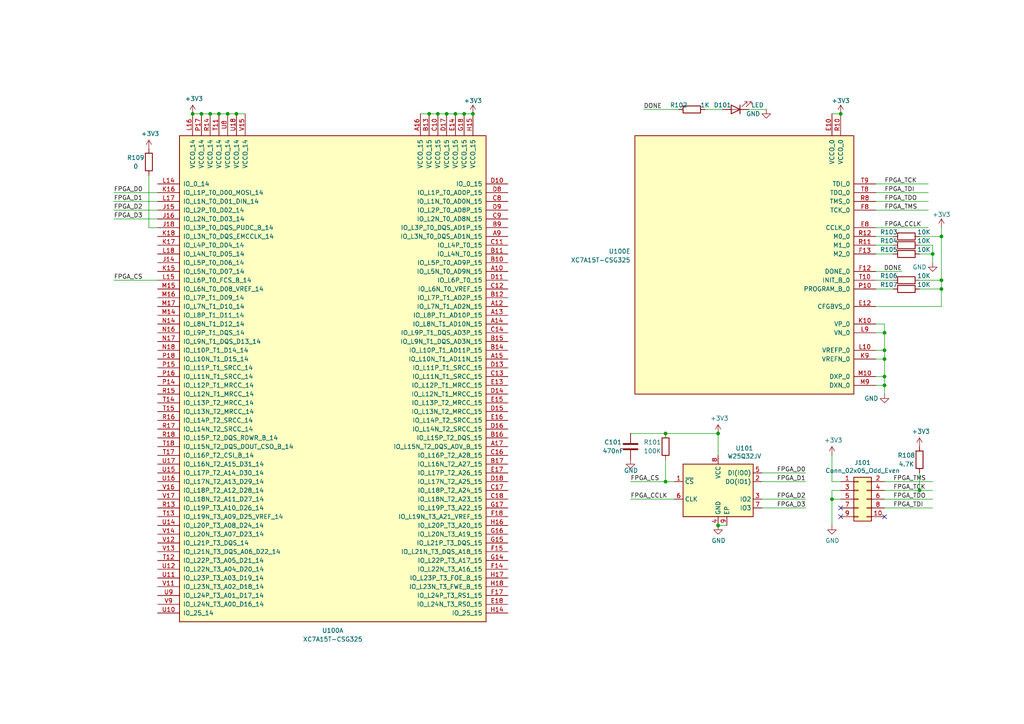
<source format=kicad_sch>
(kicad_sch (version 20210406) (generator eeschema)
  (paper "A4")
  (lib_symbols
    (symbol "Connector_Generic:Conn_02x05_Odd_Even" (pin_names (offset 1.016) hide)
      (property "Reference" "J" (at 1.27 7.62 0))
      (property "Value" "Conn_02x05_Odd_Even" (at 1.27 -7.62 0))
      (symbol "Conn_02x05_Odd_Even_1_1"
        (rectangle (start -1.27 -4.953) (end 0 -5.207) (stroke (width 0.1524)))
        (rectangle (start -1.27 -2.413) (end 0 -2.667) (stroke (width 0.1524)))
        (rectangle (start -1.27 0.127) (end 0 -0.127) (stroke (width 0.1524)))
        (rectangle (start -1.27 2.667) (end 0 2.413) (stroke (width 0.1524)))
        (rectangle (start -1.27 5.207) (end 0 4.953) (stroke (width 0.1524)))
        (rectangle (start 3.81 -4.953) (end 2.54 -5.207) (stroke (width 0.1524)))
        (rectangle (start 3.81 -2.413) (end 2.54 -2.667) (stroke (width 0.1524)))
        (rectangle (start 3.81 0.127) (end 2.54 -0.127) (stroke (width 0.1524)))
        (rectangle (start 3.81 2.667) (end 2.54 2.413) (stroke (width 0.1524)))
        (rectangle (start 3.81 5.207) (end 2.54 4.953) (stroke (width 0.1524)))
        (rectangle (start -1.27 6.35) (end 3.81 -6.35) (stroke (width 0.254)) (fill (type background)))
        (pin passive line (at -5.08 5.08 0) (length 3.81) (name "Pin_1") (number "1"))
        (pin passive line (at 7.62 -5.08 180) (length 3.81) (name "Pin_10") (number "10"))
        (pin passive line (at 7.62 5.08 180) (length 3.81) (name "Pin_2") (number "2"))
        (pin passive line (at -5.08 2.54 0) (length 3.81) (name "Pin_3") (number "3"))
        (pin passive line (at 7.62 2.54 180) (length 3.81) (name "Pin_4") (number "4"))
        (pin passive line (at -5.08 0 0) (length 3.81) (name "Pin_5") (number "5"))
        (pin passive line (at 7.62 0 180) (length 3.81) (name "Pin_6") (number "6"))
        (pin passive line (at -5.08 -2.54 0) (length 3.81) (name "Pin_7") (number "7"))
        (pin passive line (at 7.62 -2.54 180) (length 3.81) (name "Pin_8") (number "8"))
        (pin passive line (at -5.08 -5.08 0) (length 3.81) (name "Pin_9") (number "9"))
      )
    )
    (symbol "Device:C" (pin_numbers hide) (pin_names (offset 0.254))
      (property "Reference" "C" (at 0.635 2.54 0))
      (property "Value" "C" (at 0.635 -2.54 0))
      (symbol "C_0_1"
        (polyline (pts (xy -2.032 -0.762) (xy 2.032 -0.762)) (stroke (width 0.508)))
        (polyline (pts (xy -2.032 0.762) (xy 2.032 0.762)) (stroke (width 0.508)))
      )
      (symbol "C_1_1"
        (pin passive line (at 0 3.81 270) (length 2.794) (name "~") (number "1"))
        (pin passive line (at 0 -3.81 90) (length 2.794) (name "~") (number "2"))
      )
    )
    (symbol "Device:LED" (pin_numbers hide) (pin_names (offset 1.016) hide)
      (property "Reference" "D" (at 0 2.54 0))
      (property "Value" "LED" (at 0 -2.54 0))
      (symbol "LED_0_1"
        (polyline (pts (xy -1.27 -1.27) (xy -1.27 1.27)) (stroke (width 0.254)))
        (polyline (pts (xy -1.27 0) (xy 1.27 0)))
        (polyline (pts (xy 1.27 -1.27) (xy 1.27 1.27) (xy -1.27 0) (xy 1.27 -1.27)) (stroke (width 0.254)))
        (polyline (pts (xy -3.048 -0.762) (xy -4.572 -2.286) (xy -3.81 -2.286) (xy -4.572 -2.286) (xy -4.572 -1.524)))
        (polyline (pts (xy -1.778 -0.762) (xy -3.302 -2.286) (xy -2.54 -2.286) (xy -3.302 -2.286) (xy -3.302 -1.524)))
      )
      (symbol "LED_1_1"
        (pin passive line (at -3.81 0 0) (length 2.54) (name "K") (number "1"))
        (pin passive line (at 3.81 0 180) (length 2.54) (name "A") (number "2"))
      )
    )
    (symbol "Device:R" (pin_numbers hide) (pin_names (offset 0))
      (property "Reference" "R" (at 2.032 0 90))
      (property "Value" "R" (at 0 0 90))
      (symbol "R_0_1"
        (rectangle (start -1.016 -2.54) (end 1.016 2.54) (stroke (width 0.254)))
      )
      (symbol "R_1_1"
        (pin passive line (at 0 3.81 270) (length 1.27) (name "~") (number "1"))
        (pin passive line (at 0 -3.81 90) (length 1.27) (name "~") (number "2"))
      )
    )
    (symbol "FPGA_Xilinx_Artix7:XC7A15T-CSG325" (pin_names (offset 1.016))
      (property "Reference" "U" (at 0 1.27 0))
      (property "Value" "XC7A15T-CSG325" (at 0 -1.27 0))
      (symbol "XC7A15T-CSG325_1_1"
        (rectangle (start -44.45 67.31) (end 44.45 -73.66) (stroke (width 0.254)) (fill (type background)))
        (pin bidirectional line (at 50.8 27.94 180) (length 6.35) (name "IO_L5N_T0_AD9N_15") (number "A10"))
        (pin bidirectional line (at 50.8 17.78 180) (length 6.35) (name "IO_L7N_T1_AD2N_15") (number "A12"))
        (pin bidirectional line (at 50.8 15.24 180) (length 6.35) (name "IO_L8P_T1_AD10P_15") (number "A13"))
        (pin bidirectional line (at 50.8 12.7 180) (length 6.35) (name "IO_L8N_T1_AD10N_15") (number "A14"))
        (pin bidirectional line (at 50.8 2.54 180) (length 6.35) (name "IO_L10N_T1_AD11N_15") (number "A15"))
        (pin power_in line (at 25.4 73.66 270) (length 6.35) (name "VCCO_15") (number "A16"))
        (pin bidirectional line (at 50.8 -22.86 180) (length 6.35) (name "IO_L15N_T2_DQS_ADV_B_15") (number "A17"))
        (pin bidirectional line (at 50.8 38.1 180) (length 6.35) (name "IO_L3N_T0_DQS_AD1N_15") (number "A9"))
        (pin bidirectional line (at 50.8 30.48 180) (length 6.35) (name "IO_L5P_T0_AD9P_15") (number "B10"))
        (pin bidirectional line (at 50.8 33.02 180) (length 6.35) (name "IO_L4N_T0_15") (number "B11"))
        (pin bidirectional line (at 50.8 20.32 180) (length 6.35) (name "IO_L7P_T1_AD2P_15") (number "B12"))
        (pin power_in line (at 27.94 73.66 270) (length 6.35) (name "VCCO_15") (number "B13"))
        (pin bidirectional line (at 50.8 5.08 180) (length 6.35) (name "IO_L10P_T1_AD11P_15") (number "B14"))
        (pin bidirectional line (at 50.8 7.62 180) (length 6.35) (name "IO_L9N_T1_DQS_AD3N_15") (number "B15"))
        (pin bidirectional line (at 50.8 -20.32 180) (length 6.35) (name "IO_L15P_T2_DQS_15") (number "B16"))
        (pin bidirectional line (at 50.8 -27.94 180) (length 6.35) (name "IO_L16N_T2_A27_15") (number "B17"))
        (pin bidirectional line (at 50.8 40.64 180) (length 6.35) (name "IO_L3P_T0_DQS_AD1P_15") (number "B9"))
        (pin power_in line (at 30.48 73.66 270) (length 6.35) (name "VCCO_15") (number "C10"))
        (pin bidirectional line (at 50.8 35.56 180) (length 6.35) (name "IO_L4P_T0_15") (number "C11"))
        (pin bidirectional line (at 50.8 22.86 180) (length 6.35) (name "IO_L6N_T0_VREF_15") (number "C12"))
        (pin bidirectional line (at 50.8 -2.54 180) (length 6.35) (name "IO_L11N_T1_SRCC_15") (number "C13"))
        (pin bidirectional line (at 50.8 10.16 180) (length 6.35) (name "IO_L9P_T1_DQS_AD3P_15") (number "C14"))
        (pin bidirectional line (at 50.8 -25.4 180) (length 6.35) (name "IO_L16P_T2_A28_15") (number "C16"))
        (pin bidirectional line (at 50.8 -35.56 180) (length 6.35) (name "IO_L18P_T2_A24_15") (number "C17"))
        (pin bidirectional line (at 50.8 -38.1 180) (length 6.35) (name "IO_L18N_T2_A23_15") (number "C18"))
        (pin bidirectional line (at 50.8 48.26 180) (length 6.35) (name "IO_L1N_T0_AD0N_15") (number "C8"))
        (pin bidirectional line (at 50.8 43.18 180) (length 6.35) (name "IO_L2N_T0_AD8N_15") (number "C9"))
        (pin bidirectional line (at 50.8 53.34 180) (length 6.35) (name "IO_0_15") (number "D10"))
        (pin bidirectional line (at 50.8 25.4 180) (length 6.35) (name "IO_L6P_T0_15") (number "D11"))
        (pin bidirectional line (at 50.8 0 180) (length 6.35) (name "IO_L11P_T1_SRCC_15") (number "D13"))
        (pin bidirectional line (at 50.8 -7.62 180) (length 6.35) (name "IO_L12N_T1_MRCC_15") (number "D14"))
        (pin bidirectional line (at 50.8 -12.7 180) (length 6.35) (name "IO_L13N_T2_MRCC_15") (number "D15"))
        (pin bidirectional line (at 50.8 -17.78 180) (length 6.35) (name "IO_L14N_T2_SRCC_15") (number "D16"))
        (pin power_in line (at 33.02 73.66 270) (length 6.35) (name "VCCO_15") (number "D17"))
        (pin bidirectional line (at 50.8 -33.02 180) (length 6.35) (name "IO_L17N_T2_A25_15") (number "D18"))
        (pin bidirectional line (at 50.8 50.8 180) (length 6.35) (name "IO_L1P_T0_AD0P_15") (number "D8"))
        (pin bidirectional line (at 50.8 45.72 180) (length 6.35) (name "IO_L2P_T0_AD8P_15") (number "D9"))
        (pin bidirectional line (at 50.8 -5.08 180) (length 6.35) (name "IO_L12P_T1_MRCC_15") (number "E13"))
        (pin power_in line (at 35.56 73.66 270) (length 6.35) (name "VCCO_15") (number "E14"))
        (pin bidirectional line (at 50.8 -10.16 180) (length 6.35) (name "IO_L13P_T2_MRCC_15") (number "E15"))
        (pin bidirectional line (at 50.8 -15.24 180) (length 6.35) (name "IO_L14P_T2_SRCC_15") (number "E16"))
        (pin bidirectional line (at 50.8 -30.48 180) (length 6.35) (name "IO_L17P_T2_A26_15") (number "E17"))
        (pin bidirectional line (at 50.8 -68.58 180) (length 6.35) (name "IO_L24N_T3_RS0_15") (number "E18"))
        (pin bidirectional line (at 50.8 -58.42 180) (length 6.35) (name "IO_L22N_T3_A16_15") (number "F14"))
        (pin bidirectional line (at 50.8 -53.34 180) (length 6.35) (name "IO_L21N_T3_DQS_A18_15") (number "F15"))
        (pin bidirectional line (at 50.8 -66.04 180) (length 6.35) (name "IO_L24P_T3_RS1_15") (number "F17"))
        (pin bidirectional line (at 50.8 -43.18 180) (length 6.35) (name "IO_L19N_T3_A21_VREF_15") (number "F18"))
        (pin bidirectional line (at 50.8 -55.88 180) (length 6.35) (name "IO_L22P_T3_A17_15") (number "G14"))
        (pin bidirectional line (at 50.8 -50.8 180) (length 6.35) (name "IO_L21P_T3_DQS_15") (number "G15"))
        (pin bidirectional line (at 50.8 -48.26 180) (length 6.35) (name "IO_L20N_T3_A19_15") (number "G16"))
        (pin bidirectional line (at 50.8 -40.64 180) (length 6.35) (name "IO_L19P_T3_A22_15") (number "G17"))
        (pin power_in line (at 38.1 73.66 270) (length 6.35) (name "VCCO_15") (number "G18"))
        (pin bidirectional line (at 50.8 -71.12 180) (length 6.35) (name "IO_25_15") (number "H14"))
        (pin power_in line (at 40.64 73.66 270) (length 6.35) (name "VCCO_15") (number "H15"))
        (pin bidirectional line (at 50.8 -45.72 180) (length 6.35) (name "IO_L20P_T3_A20_15") (number "H16"))
        (pin bidirectional line (at 50.8 -60.96 180) (length 6.35) (name "IO_L23P_T3_FOE_B_15") (number "H17"))
        (pin bidirectional line (at 50.8 -63.5 180) (length 6.35) (name "IO_L23N_T3_FWE_B_15") (number "H18"))
        (pin bidirectional line (at -50.8 30.48 0) (length 6.35) (name "IO_L5P_T0_D06_14") (number "J14"))
        (pin bidirectional line (at -50.8 45.72 0) (length 6.35) (name "IO_L2P_T0_D02_14") (number "J15"))
        (pin bidirectional line (at -50.8 43.18 0) (length 6.35) (name "IO_L2N_T0_D03_14") (number "J16"))
        (pin bidirectional line (at -50.8 40.64 0) (length 6.35) (name "IO_L3P_T0_DQS_PUDC_B_14") (number "J18"))
        (pin bidirectional line (at -50.8 27.94 0) (length 6.35) (name "IO_L5N_T0_D07_14") (number "K15"))
        (pin bidirectional line (at -50.8 50.8 0) (length 6.35) (name "IO_L1P_T0_D00_MOSI_14") (number "K16"))
        (pin bidirectional line (at -50.8 35.56 0) (length 6.35) (name "IO_L4P_T0_D04_14") (number "K17"))
        (pin bidirectional line (at -50.8 38.1 0) (length 6.35) (name "IO_L3N_T0_DQS_EMCCLK_14") (number "K18"))
        (pin bidirectional line (at -50.8 53.34 0) (length 6.35) (name "IO_0_14") (number "L14"))
        (pin bidirectional line (at -50.8 25.4 0) (length 6.35) (name "IO_L6P_T0_FCS_B_14") (number "L15"))
        (pin power_in line (at -40.64 73.66 270) (length 6.35) (name "VCCO_14") (number "L16"))
        (pin bidirectional line (at -50.8 48.26 0) (length 6.35) (name "IO_L1N_T0_D01_DIN_14") (number "L17"))
        (pin bidirectional line (at -50.8 33.02 0) (length 6.35) (name "IO_L4N_T0_D05_14") (number "L18"))
        (pin bidirectional line (at -50.8 15.24 0) (length 6.35) (name "IO_L8P_T1_D11_14") (number "M14"))
        (pin bidirectional line (at -50.8 22.86 0) (length 6.35) (name "IO_L6N_T0_D08_VREF_14") (number "M15"))
        (pin bidirectional line (at -50.8 20.32 0) (length 6.35) (name "IO_L7P_T1_D09_14") (number "M16"))
        (pin bidirectional line (at -50.8 17.78 0) (length 6.35) (name "IO_L7N_T1_D10_14") (number "M17"))
        (pin bidirectional line (at -50.8 12.7 0) (length 6.35) (name "IO_L8N_T1_D12_14") (number "N14"))
        (pin bidirectional line (at -50.8 10.16 0) (length 6.35) (name "IO_L9P_T1_DQS_14") (number "N16"))
        (pin bidirectional line (at -50.8 7.62 0) (length 6.35) (name "IO_L9N_T1_DQS_D13_14") (number "N17"))
        (pin bidirectional line (at -50.8 5.08 0) (length 6.35) (name "IO_L10P_T1_D14_14") (number "N18"))
        (pin bidirectional line (at -50.8 -5.08 0) (length 6.35) (name "IO_L12P_T1_MRCC_14") (number "P14"))
        (pin bidirectional line (at -50.8 0 0) (length 6.35) (name "IO_L11P_T1_SRCC_14") (number "P15"))
        (pin bidirectional line (at -50.8 -2.54 0) (length 6.35) (name "IO_L11N_T1_SRCC_14") (number "P16"))
        (pin power_in line (at -38.1 73.66 270) (length 6.35) (name "VCCO_14") (number "P17"))
        (pin bidirectional line (at -50.8 2.54 0) (length 6.35) (name "IO_L10N_T1_D15_14") (number "P18"))
        (pin bidirectional line (at -50.8 -40.64 0) (length 6.35) (name "IO_L19P_T3_A10_D26_14") (number "R13"))
        (pin power_in line (at -35.56 73.66 270) (length 6.35) (name "VCCO_14") (number "R14"))
        (pin bidirectional line (at -50.8 -7.62 0) (length 6.35) (name "IO_L12N_T1_MRCC_14") (number "R15"))
        (pin bidirectional line (at -50.8 -15.24 0) (length 6.35) (name "IO_L14P_T2_SRCC_14") (number "R16"))
        (pin bidirectional line (at -50.8 -17.78 0) (length 6.35) (name "IO_L14N_T2_SRCC_14") (number "R17"))
        (pin bidirectional line (at -50.8 -20.32 0) (length 6.35) (name "IO_L15P_T2_DQS_RDWR_B_14") (number "R18"))
        (pin power_in line (at -33.02 73.66 270) (length 6.35) (name "VCCO_14") (number "T11"))
        (pin bidirectional line (at -50.8 -55.88 0) (length 6.35) (name "IO_L22P_T3_A05_D21_14") (number "T12"))
        (pin bidirectional line (at -50.8 -43.18 0) (length 6.35) (name "IO_L19N_T3_A09_D25_VREF_14") (number "T13"))
        (pin bidirectional line (at -50.8 -10.16 0) (length 6.35) (name "IO_L13P_T2_MRCC_14") (number "T14"))
        (pin bidirectional line (at -50.8 -12.7 0) (length 6.35) (name "IO_L13N_T2_MRCC_14") (number "T15"))
        (pin bidirectional line (at -50.8 -25.4 0) (length 6.35) (name "IO_L16P_T2_CSI_B_14") (number "T17"))
        (pin bidirectional line (at -50.8 -22.86 0) (length 6.35) (name "IO_L15N_T2_DQS_DOUT_CSO_B_14") (number "T18"))
        (pin bidirectional line (at -50.8 -71.12 0) (length 6.35) (name "IO_25_14") (number "U10"))
        (pin bidirectional line (at -50.8 -60.96 0) (length 6.35) (name "IO_L23P_T3_A03_D19_14") (number "U11"))
        (pin bidirectional line (at -50.8 -58.42 0) (length 6.35) (name "IO_L22N_T3_A04_D20_14") (number "U12"))
        (pin bidirectional line (at -50.8 -45.72 0) (length 6.35) (name "IO_L20P_T3_A08_D24_14") (number "U14"))
        (pin bidirectional line (at -50.8 -30.48 0) (length 6.35) (name "IO_L17P_T2_A14_D30_14") (number "U15"))
        (pin bidirectional line (at -50.8 -33.02 0) (length 6.35) (name "IO_L17N_T2_A13_D29_14") (number "U16"))
        (pin bidirectional line (at -50.8 -27.94 0) (length 6.35) (name "IO_L16N_T2_A15_D31_14") (number "U17"))
        (pin power_in line (at -27.94 73.66 270) (length 6.35) (name "VCCO_14") (number "U18"))
        (pin power_in line (at -30.48 73.66 270) (length 6.35) (name "VCCO_14") (number "U8"))
        (pin bidirectional line (at -50.8 -66.04 0) (length 6.35) (name "IO_L24P_T3_A01_D17_14") (number "U9"))
        (pin bidirectional line (at -50.8 -63.5 0) (length 6.35) (name "IO_L23N_T3_A02_D18_14") (number "V11"))
        (pin bidirectional line (at -50.8 -50.8 0) (length 6.35) (name "IO_L21P_T3_DQS_14") (number "V12"))
        (pin bidirectional line (at -50.8 -53.34 0) (length 6.35) (name "IO_L21N_T3_DQS_A06_D22_14") (number "V13"))
        (pin bidirectional line (at -50.8 -48.26 0) (length 6.35) (name "IO_L20N_T3_A07_D23_14") (number "V14"))
        (pin power_in line (at -25.4 73.66 270) (length 6.35) (name "VCCO_14") (number "V15"))
        (pin bidirectional line (at -50.8 -35.56 0) (length 6.35) (name "IO_L18P_T2_A12_D28_14") (number "V16"))
        (pin bidirectional line (at -50.8 -38.1 0) (length 6.35) (name "IO_L18N_T2_A11_D27_14") (number "V17"))
        (pin bidirectional line (at -50.8 -68.58 0) (length 6.35) (name "IO_L24N_T3_A00_D16_14") (number "V9"))
      )
      (symbol "XC7A15T-CSG325_2_1"
        (rectangle (start -44.45 67.31) (end 44.45 -73.66) (stroke (width 0.254)) (fill (type background)))
        (pin bidirectional line (at -50.8 43.18 0) (length 6.35) (name "IO_L2N_T0_34") (number "J4"))
        (pin bidirectional line (at -50.8 45.72 0) (length 6.35) (name "IO_L2P_T0_34") (number "J5"))
        (pin bidirectional line (at -50.8 53.34 0) (length 6.35) (name "IO_0_34") (number "J6"))
        (pin bidirectional line (at -50.8 38.1 0) (length 6.35) (name "IO_L3N_T0_DQS_34") (number "K1"))
        (pin bidirectional line (at -50.8 40.64 0) (length 6.35) (name "IO_L3P_T0_DQS_34") (number "K2"))
        (pin bidirectional line (at -50.8 35.56 0) (length 6.35) (name "IO_L4P_T0_34") (number "K3"))
        (pin bidirectional line (at -50.8 48.26 0) (length 6.35) (name "IO_L1N_T0_34") (number "K5"))
        (pin bidirectional line (at -50.8 50.8 0) (length 6.35) (name "IO_L1P_T0_34") (number "K6"))
        (pin bidirectional line (at -50.8 33.02 0) (length 6.35) (name "IO_L4N_T0_34") (number "L2"))
        (pin bidirectional line (at -50.8 27.94 0) (length 6.35) (name "IO_L5N_T0_34") (number "L3"))
        (pin bidirectional line (at -50.8 30.48 0) (length 6.35) (name "IO_L5P_T0_34") (number "L4"))
        (pin bidirectional line (at -50.8 25.4 0) (length 6.35) (name "IO_L6P_T0_34") (number "L5"))
        (pin power_in line (at -40.64 73.66 270) (length 6.35) (name "VCCO_34") (number "L6"))
        (pin bidirectional line (at -50.8 17.78 0) (length 6.35) (name "IO_L7N_T1_34") (number "M1"))
        (pin bidirectional line (at -50.8 20.32 0) (length 6.35) (name "IO_L7P_T1_34") (number "M2"))
        (pin power_in line (at -38.1 73.66 270) (length 6.35) (name "VCCO_34") (number "M3"))
        (pin bidirectional line (at -50.8 5.08 0) (length 6.35) (name "IO_L10P_T1_34") (number "M4"))
        (pin bidirectional line (at -50.8 22.86 0) (length 6.35) (name "IO_L6N_T0_VREF_34") (number "M5"))
        (pin bidirectional line (at -50.8 15.24 0) (length 6.35) (name "IO_L8P_T1_34") (number "M6"))
        (pin bidirectional line (at -50.8 10.16 0) (length 6.35) (name "IO_L9P_T1_DQS_34") (number "N1"))
        (pin bidirectional line (at -50.8 -2.54 0) (length 6.35) (name "IO_L11N_T1_SRCC_34") (number "N2"))
        (pin bidirectional line (at -50.8 0 0) (length 6.35) (name "IO_L11P_T1_SRCC_34") (number "N3"))
        (pin bidirectional line (at -50.8 2.54 0) (length 6.35) (name "IO_L10N_T1_34") (number "N4"))
        (pin bidirectional line (at -50.8 12.7 0) (length 6.35) (name "IO_L8N_T1_34") (number "N6"))
        (pin bidirectional line (at -50.8 7.62 0) (length 6.35) (name "IO_L9N_T1_DQS_34") (number "P1"))
        (pin bidirectional line (at -50.8 -7.62 0) (length 6.35) (name "IO_L12N_T1_MRCC_34") (number "P3"))
        (pin bidirectional line (at -50.8 -5.08 0) (length 6.35) (name "IO_L12P_T1_MRCC_34") (number "P4"))
        (pin bidirectional line (at -50.8 -43.18 0) (length 6.35) (name "IO_L19N_T3_VREF_34") (number "P5"))
        (pin bidirectional line (at -50.8 -40.64 0) (length 6.35) (name "IO_L19P_T3_34") (number "P6"))
        (pin power_in line (at -35.56 73.66 270) (length 6.35) (name "VCCO_34") (number "P7"))
        (pin bidirectional line (at -50.8 -12.7 0) (length 6.35) (name "IO_L13N_T2_MRCC_34") (number "R1"))
        (pin bidirectional line (at -50.8 -10.16 0) (length 6.35) (name "IO_L13P_T2_MRCC_34") (number "R2"))
        (pin bidirectional line (at -50.8 -15.24 0) (length 6.35) (name "IO_L14P_T2_SRCC_34") (number "R3"))
        (pin power_in line (at -33.02 73.66 270) (length 6.35) (name "VCCO_34") (number "R4"))
        (pin bidirectional line (at -50.8 -50.8 0) (length 6.35) (name "IO_L21P_T3_DQS_34") (number "R5"))
        (pin bidirectional line (at -50.8 -71.12 0) (length 6.35) (name "IO_25_34") (number "R6"))
        (pin bidirectional line (at -50.8 -55.88 0) (length 6.35) (name "IO_L22P_T3_34") (number "R7"))
        (pin power_in line (at -30.48 73.66 270) (length 6.35) (name "VCCO_34") (number "T1"))
        (pin bidirectional line (at -50.8 -17.78 0) (length 6.35) (name "IO_L14N_T2_SRCC_34") (number "T2"))
        (pin bidirectional line (at -50.8 -33.02 0) (length 6.35) (name "IO_L17N_T2_34") (number "T3"))
        (pin bidirectional line (at -50.8 -30.48 0) (length 6.35) (name "IO_L17P_T2_34") (number "T4"))
        (pin bidirectional line (at -50.8 -53.34 0) (length 6.35) (name "IO_L21N_T3_DQS_34") (number "T5"))
        (pin bidirectional line (at -50.8 -58.42 0) (length 6.35) (name "IO_L22N_T3_34") (number "T7"))
        (pin bidirectional line (at -50.8 -22.86 0) (length 6.35) (name "IO_L15N_T2_DQS_34") (number "U1"))
        (pin bidirectional line (at -50.8 -20.32 0) (length 6.35) (name "IO_L15P_T2_DQS_34") (number "U2"))
        (pin bidirectional line (at -50.8 -35.56 0) (length 6.35) (name "IO_L18P_T2_34") (number "U4"))
        (pin bidirectional line (at -50.8 -48.26 0) (length 6.35) (name "IO_L20N_T3_34") (number "U5"))
        (pin bidirectional line (at -50.8 -45.72 0) (length 6.35) (name "IO_L20P_T3_34") (number "U6"))
        (pin bidirectional line (at -50.8 -60.96 0) (length 6.35) (name "IO_L23P_T3_34") (number "U7"))
        (pin bidirectional line (at -50.8 -27.94 0) (length 6.35) (name "IO_L16N_T2_34") (number "V2"))
        (pin bidirectional line (at -50.8 -25.4 0) (length 6.35) (name "IO_L16P_T2_34") (number "V3"))
        (pin bidirectional line (at -50.8 -38.1 0) (length 6.35) (name "IO_L18N_T2_34") (number "V4"))
        (pin power_in line (at -27.94 73.66 270) (length 6.35) (name "VCCO_34") (number "V5"))
        (pin bidirectional line (at -50.8 -63.5 0) (length 6.35) (name "IO_L23N_T3_34") (number "V6"))
        (pin bidirectional line (at -50.8 -68.58 0) (length 6.35) (name "IO_L24N_T3_34") (number "V7"))
        (pin bidirectional line (at -50.8 -66.04 0) (length 6.35) (name "IO_L24P_T3_34") (number "V8"))
      )
      (symbol "XC7A15T-CSG325_3_1"
        (rectangle (start -31.75 30.48) (end 31.75 -30.48) (stroke (width 0.254)) (fill (type background)))
        (pin bidirectional line (at -38.1 -2.54 0) (length 6.35) (name "MGTPRXN1_216") (number "A3"))
        (pin bidirectional line (at -38.1 0 0) (length 6.35) (name "MGTPRXP1_216") (number "A4"))
        (pin bidirectional line (at -38.1 10.16 0) (length 6.35) (name "MGTPTXN3_216") (number "B1"))
        (pin bidirectional line (at -38.1 12.7 0) (length 6.35) (name "MGTPTXP3_216") (number "B2"))
        (pin bidirectional line (at -38.1 -25.4 0) (length 6.35) (name "MGTREFCLK1N_216") (number "B5"))
        (pin bidirectional line (at -38.1 -22.86 0) (length 6.35) (name "MGTREFCLK1P_216") (number "B6"))
        (pin bidirectional line (at -38.1 -7.62 0) (length 6.35) (name "MGTPRXN2_216") (number "C3"))
        (pin bidirectional line (at -38.1 -5.08 0) (length 6.35) (name "MGTPRXP2_216") (number "C4"))
        (pin bidirectional line (at -38.1 15.24 0) (length 6.35) (name "MGTPTXN2_216") (number "D1"))
        (pin bidirectional line (at -38.1 17.78 0) (length 6.35) (name "MGTPTXP2_216") (number "D2"))
        (pin bidirectional line (at -38.1 -20.32 0) (length 6.35) (name "MGTREFCLK0N_216") (number "D5"))
        (pin bidirectional line (at -38.1 -17.78 0) (length 6.35) (name "MGTREFCLK0P_216") (number "D6"))
        (pin bidirectional line (at -38.1 2.54 0) (length 6.35) (name "MGTPRXN0_216") (number "E3"))
        (pin bidirectional line (at -38.1 5.08 0) (length 6.35) (name "MGTPRXP0_216") (number "E4"))
        (pin bidirectional line (at -38.1 20.32 0) (length 6.35) (name "MGTPTXN1_216") (number "F1"))
        (pin bidirectional line (at -38.1 22.86 0) (length 6.35) (name "MGTPTXP1_216") (number "F2"))
        (pin bidirectional line (at -38.1 -12.7 0) (length 6.35) (name "MGTPRXN3_216") (number "G3"))
        (pin bidirectional line (at -38.1 -10.16 0) (length 6.35) (name "MGTPRXP3_216") (number "G4"))
        (pin bidirectional line (at -38.1 25.4 0) (length 6.35) (name "MGTPTXN0_216") (number "H1"))
        (pin bidirectional line (at -38.1 27.94 0) (length 6.35) (name "MGTPTXP0_216") (number "H2"))
      )
      (symbol "XC7A15T-CSG325_4_1"
        (rectangle (start -31.75 10.16) (end 31.75 -10.16) (stroke (width 0.254)) (fill (type background)))
        (pin power_in line (at 38.1 7.62 180) (length 6.35) (name "MGTAVTT") (number "A2"))
        (pin power_in line (at 38.1 -7.62 180) (length 6.35) (name "MGTRREF_216") (number "A6"))
        (pin power_in line (at -38.1 7.62 0) (length 6.35) (name "MGTAVCC") (number "B4"))
        (pin power_in line (at 38.1 5.08 180) (length 6.35) (name "MGTAVTT") (number "C1"))
        (pin power_in line (at -38.1 5.08 0) (length 6.35) (name "MGTAVCC") (number "C5"))
        (pin power_in line (at 38.1 2.54 180) (length 6.35) (name "MGTAVTT") (number "E1"))
        (pin power_in line (at -38.1 2.54 0) (length 6.35) (name "MGTAVCC") (number "E5"))
        (pin power_in line (at 38.1 0 180) (length 6.35) (name "MGTAVTT") (number "F3"))
        (pin power_in line (at -38.1 0 0) (length 6.35) (name "MGTAVCC") (number "F5"))
        (pin power_in line (at 38.1 -2.54 180) (length 6.35) (name "MGTAVTT") (number "G2"))
      )
      (symbol "XC7A15T-CSG325_5_1"
        (rectangle (start -31.75 34.29) (end 31.75 -40.64) (stroke (width 0.254)) (fill (type background)))
        (pin power_in line (at 25.4 40.64 270) (length 6.35) (name "VCCO_0") (number "E10"))
        (pin bidirectional line (at 38.1 -15.24 180) (length 6.35) (name "CFGBVS_0") (number "E12"))
        (pin bidirectional line (at 38.1 7.62 180) (length 6.35) (name "CCLK_0") (number "E8"))
        (pin bidirectional line (at 38.1 -5.08 180) (length 6.35) (name "DONE_0") (number "F12"))
        (pin bidirectional line (at 38.1 0 180) (length 6.35) (name "M2_0") (number "F13"))
        (pin bidirectional line (at 38.1 12.7 180) (length 6.35) (name "TCK_0") (number "F8"))
        (pin bidirectional line (at 38.1 -20.32 180) (length 6.35) (name "VP_0") (number "K10"))
        (pin bidirectional line (at 38.1 -30.48 180) (length 6.35) (name "VREFN_0") (number "K9"))
        (pin bidirectional line (at 38.1 -27.94 180) (length 6.35) (name "VREFP_0") (number "L10"))
        (pin bidirectional line (at 38.1 -22.86 180) (length 6.35) (name "VN_0") (number "L9"))
        (pin bidirectional line (at 38.1 -35.56 180) (length 6.35) (name "DXP_0") (number "M10"))
        (pin bidirectional line (at 38.1 -38.1 180) (length 6.35) (name "DXN_0") (number "M9"))
        (pin bidirectional line (at 38.1 -10.16 180) (length 6.35) (name "PROGRAM_B_0") (number "P10"))
        (pin power_in line (at 27.94 40.64 270) (length 6.35) (name "VCCO_0") (number "R10"))
        (pin bidirectional line (at 38.1 2.54 180) (length 6.35) (name "M1_0") (number "R11"))
        (pin bidirectional line (at 38.1 5.08 180) (length 6.35) (name "M0_0") (number "R12"))
        (pin bidirectional line (at 38.1 15.24 180) (length 6.35) (name "TMS_0") (number "R8"))
        (pin bidirectional line (at 38.1 -7.62 180) (length 6.35) (name "INIT_B_0") (number "T10"))
        (pin bidirectional line (at 38.1 17.78 180) (length 6.35) (name "TDO_0") (number "T8"))
        (pin bidirectional line (at 38.1 20.32 180) (length 6.35) (name "TDI_0") (number "T9"))
      )
      (symbol "XC7A15T-CSG325_6_1"
        (rectangle (start -19.05 73.66) (end 19.05 -73.66) (stroke (width 0.254)) (fill (type background)))
        (pin power_in line (at -25.4 22.86 0) (length 6.35) (name "GND") (number "A1"))
        (pin power_in line (at -25.4 12.7 0) (length 6.35) (name "GND") (number "A11"))
        (pin power_in line (at -25.4 10.16 0) (length 6.35) (name "GND") (number "A18"))
        (pin power_in line (at -25.4 20.32 0) (length 6.35) (name "GND") (number "A5"))
        (pin power_in line (at -25.4 17.78 0) (length 6.35) (name "GND") (number "A7"))
        (pin power_in line (at -25.4 15.24 0) (length 6.35) (name "GND") (number "A8"))
        (pin power_in line (at -25.4 0 0) (length 6.35) (name "GND") (number "B18"))
        (pin power_in line (at -25.4 7.62 0) (length 6.35) (name "GND") (number "B3"))
        (pin power_in line (at -25.4 5.08 0) (length 6.35) (name "GND") (number "B7"))
        (pin power_in line (at -25.4 2.54 0) (length 6.35) (name "GND") (number "B8"))
        (pin power_in line (at -25.4 -10.16 0) (length 6.35) (name "GND") (number "C15"))
        (pin power_in line (at -25.4 -2.54 0) (length 6.35) (name "GND") (number "C2"))
        (pin power_in line (at -25.4 -5.08 0) (length 6.35) (name "GND") (number "C6"))
        (pin power_in line (at -25.4 -7.62 0) (length 6.35) (name "GND") (number "C7"))
        (pin power_in line (at -25.4 -20.32 0) (length 6.35) (name "GND") (number "D12"))
        (pin power_in line (at -25.4 -12.7 0) (length 6.35) (name "GND") (number "D3"))
        (pin power_in line (at -25.4 -15.24 0) (length 6.35) (name "GND") (number "D4"))
        (pin power_in line (at -25.4 -17.78 0) (length 6.35) (name "GND") (number "D7"))
        (pin power_in line (at -25.4 50.8 0) (length 6.35) (name "VCCBATT_0") (number "E11"))
        (pin power_in line (at -25.4 -22.86 0) (length 6.35) (name "GND") (number "E2"))
        (pin power_in line (at -25.4 -25.4 0) (length 6.35) (name "GND") (number "E6"))
        (pin power_in line (at -25.4 -27.94 0) (length 6.35) (name "GND") (number "E7"))
        (pin power_in line (at -25.4 -30.48 0) (length 6.35) (name "GND") (number "E9"))
        (pin power_in line (at -25.4 -38.1 0) (length 6.35) (name "GND") (number "F10"))
        (pin power_in line (at -25.4 48.26 0) (length 6.35) (name "VCCBRAM") (number "F11"))
        (pin power_in line (at -25.4 -40.64 0) (length 6.35) (name "GND") (number "F16"))
        (pin power_in line (at -25.4 -33.02 0) (length 6.35) (name "GND") (number "F4"))
        (pin power_in line (at -25.4 -35.56 0) (length 6.35) (name "GND") (number "F6"))
        (pin power_in line (at 25.4 71.12 180) (length 6.35) (name "VCCINT") (number "F7"))
        (pin power_in line (at 25.4 68.58 180) (length 6.35) (name "VCCINT") (number "F9"))
        (pin power_in line (at -25.4 -43.18 0) (length 6.35) (name "GND") (number "G1"))
        (pin power_in line (at -25.4 45.72 0) (length 6.35) (name "VCCBRAM") (number "G10"))
        (pin power_in line (at -25.4 -55.88 0) (length 6.35) (name "GND") (number "G11"))
        (pin power_in line (at -25.4 71.12 0) (length 6.35) (name "VCCAUX") (number "G12"))
        (pin power_in line (at -25.4 -58.42 0) (length 6.35) (name "GND") (number "G13"))
        (pin power_in line (at -25.4 -45.72 0) (length 6.35) (name "GND") (number "G5"))
        (pin power_in line (at -25.4 -48.26 0) (length 6.35) (name "GND") (number "G6"))
        (pin power_in line (at -25.4 -50.8 0) (length 6.35) (name "GND") (number "G7"))
        (pin power_in line (at 25.4 66.04 180) (length 6.35) (name "VCCINT") (number "G8"))
        (pin power_in line (at -25.4 -53.34 0) (length 6.35) (name "GND") (number "G9"))
        (pin power_in line (at 25.4 20.32 180) (length 6.35) (name "GND") (number "H10"))
        (pin power_in line (at -25.4 43.18 0) (length 6.35) (name "VCCBRAM") (number "H11"))
        (pin power_in line (at 25.4 17.78 180) (length 6.35) (name "GND") (number "H12"))
        (pin power_in line (at -25.4 68.58 0) (length 6.35) (name "VCCAUX") (number "H13"))
        (pin power_in line (at -25.4 -60.96 0) (length 6.35) (name "GND") (number "H3"))
        (pin power_in line (at -25.4 -63.5 0) (length 6.35) (name "GND") (number "H4"))
        (pin power_in line (at -25.4 -66.04 0) (length 6.35) (name "GND") (number "H5"))
        (pin power_in line (at -25.4 -68.58 0) (length 6.35) (name "GND") (number "H6"))
        (pin power_in line (at 25.4 63.5 180) (length 6.35) (name "VCCINT") (number "H7"))
        (pin power_in line (at -25.4 -71.12 0) (length 6.35) (name "GND") (number "H8"))
        (pin power_in line (at 25.4 60.96 180) (length 6.35) (name "VCCINT") (number "H9"))
        (pin power_in line (at 25.4 15.24 180) (length 6.35) (name "GND") (number "J1"))
        (pin power_in line (at -25.4 53.34 0) (length 6.35) (name "VCCADC_0") (number "J10"))
        (pin power_in line (at 25.4 5.08 180) (length 6.35) (name "GND") (number "J11"))
        (pin power_in line (at 25.4 55.88 180) (length 6.35) (name "VCCINT") (number "J12"))
        (pin power_in line (at 25.4 2.54 180) (length 6.35) (name "GND") (number "J13"))
        (pin power_in line (at 25.4 0 180) (length 6.35) (name "GND") (number "J17"))
        (pin power_in line (at 25.4 12.7 180) (length 6.35) (name "GND") (number "J2"))
        (pin power_in line (at 25.4 10.16 180) (length 6.35) (name "GND") (number "J3"))
        (pin power_in line (at 25.4 7.62 180) (length 6.35) (name "GND") (number "J7"))
        (pin power_in line (at 25.4 58.42 180) (length 6.35) (name "VCCINT") (number "J8"))
        (pin power_in line (at -25.4 55.88 0) (length 6.35) (name "GNDADC_0") (number "J9"))
        (pin power_in line (at 25.4 50.8 180) (length 6.35) (name "VCCINT") (number "K11"))
        (pin power_in line (at 25.4 -7.62 180) (length 6.35) (name "GND") (number "K12"))
        (pin power_in line (at -25.4 66.04 0) (length 6.35) (name "VCCAUX") (number "K13"))
        (pin power_in line (at 25.4 -10.16 180) (length 6.35) (name "GND") (number "K14"))
        (pin power_in line (at 25.4 -2.54 180) (length 6.35) (name "GND") (number "K4"))
        (pin power_in line (at 25.4 53.34 180) (length 6.35) (name "VCCINT") (number "K7"))
        (pin power_in line (at 25.4 -5.08 180) (length 6.35) (name "GND") (number "K8"))
        (pin power_in line (at 25.4 -12.7 180) (length 6.35) (name "GND") (number "L1"))
        (pin power_in line (at 25.4 -17.78 180) (length 6.35) (name "GND") (number "L11"))
        (pin power_in line (at 25.4 45.72 180) (length 6.35) (name "VCCINT") (number "L12"))
        (pin power_in line (at 25.4 -20.32 180) (length 6.35) (name "GND") (number "L13"))
        (pin power_in line (at 25.4 -15.24 180) (length 6.35) (name "GND") (number "L7"))
        (pin power_in line (at 25.4 48.26 180) (length 6.35) (name "VCCINT") (number "L8"))
        (pin power_in line (at 25.4 40.64 180) (length 6.35) (name "VCCINT") (number "M11"))
        (pin power_in line (at 25.4 -25.4 180) (length 6.35) (name "GND") (number "M12"))
        (pin power_in line (at -25.4 63.5 0) (length 6.35) (name "VCCAUX") (number "M13"))
        (pin power_in line (at 25.4 -27.94 180) (length 6.35) (name "GND") (number "M18"))
        (pin power_in line (at 25.4 43.18 180) (length 6.35) (name "VCCINT") (number "M7"))
        (pin power_in line (at 25.4 -22.86 180) (length 6.35) (name "GND") (number "M8"))
        (pin power_in line (at 25.4 35.56 180) (length 6.35) (name "VCCINT") (number "N10"))
        (pin power_in line (at 25.4 -38.1 180) (length 6.35) (name "GND") (number "N11"))
        (pin power_in line (at 25.4 33.02 180) (length 6.35) (name "VCCINT") (number "N12"))
        (pin power_in line (at 25.4 -40.64 180) (length 6.35) (name "GND") (number "N13"))
        (pin power_in line (at 25.4 -43.18 180) (length 6.35) (name "GND") (number "N15"))
        (pin power_in line (at 25.4 -30.48 180) (length 6.35) (name "GND") (number "N5"))
        (pin power_in line (at 25.4 -33.02 180) (length 6.35) (name "GND") (number "N7"))
        (pin power_in line (at 25.4 38.1 180) (length 6.35) (name "VCCINT") (number "N8"))
        (pin power_in line (at 25.4 -35.56 180) (length 6.35) (name "GND") (number "N9"))
        (pin power_in line (at 25.4 27.94 180) (length 6.35) (name "VCCINT") (number "P11"))
        (pin power_in line (at 25.4 -50.8 180) (length 6.35) (name "GND") (number "P12"))
        (pin power_in line (at -25.4 60.96 0) (length 6.35) (name "VCCAUX") (number "P13"))
        (pin power_in line (at 25.4 -45.72 180) (length 6.35) (name "GND") (number "P2"))
        (pin power_in line (at 25.4 -48.26 180) (length 6.35) (name "GND") (number "P8"))
        (pin power_in line (at 25.4 30.48 180) (length 6.35) (name "VCCINT") (number "P9"))
        (pin power_in line (at 25.4 -53.34 180) (length 6.35) (name "GND") (number "R9"))
        (pin power_in line (at 25.4 -58.42 180) (length 6.35) (name "GND") (number "T16"))
        (pin power_in line (at 25.4 -55.88 180) (length 6.35) (name "GND") (number "T6"))
        (pin power_in line (at 25.4 -63.5 180) (length 6.35) (name "GND") (number "U13"))
        (pin power_in line (at 25.4 -60.96 180) (length 6.35) (name "GND") (number "U3"))
        (pin power_in line (at 25.4 -66.04 180) (length 6.35) (name "GND") (number "V1"))
        (pin power_in line (at 25.4 -68.58 180) (length 6.35) (name "GND") (number "V10"))
        (pin power_in line (at 25.4 -71.12 180) (length 6.35) (name "GND") (number "V18"))
      )
    )
    (symbol "Memory_Flash:W25Q32JVZP"
      (property "Reference" "U" (at -8.89 8.89 0))
      (property "Value" "W25Q32JVZP" (at 7.62 8.89 0))
      (symbol "W25Q32JVZP_0_1"
        (rectangle (start -10.16 7.62) (end 10.16 -7.62) (stroke (width 0.254)) (fill (type background)))
      )
      (symbol "W25Q32JVZP_1_1"
        (pin input line (at -12.7 2.54 0) (length 2.54) (name "~CS") (number "1"))
        (pin bidirectional line (at 12.7 2.54 180) (length 2.54) (name "DO(IO1)") (number "2"))
        (pin bidirectional line (at 12.7 -2.54 180) (length 2.54) (name "IO2") (number "3"))
        (pin power_in line (at 0 -10.16 90) (length 2.54) (name "GND") (number "4"))
        (pin bidirectional line (at 12.7 5.08 180) (length 2.54) (name "DI(IO0)") (number "5"))
        (pin input line (at -12.7 -2.54 0) (length 2.54) (name "CLK") (number "6"))
        (pin bidirectional line (at 12.7 -5.08 180) (length 2.54) (name "IO3") (number "7"))
        (pin power_in line (at 0 10.16 270) (length 2.54) (name "VCC") (number "8"))
        (pin passive line (at 2.54 -10.16 90) (length 2.54) (name "EP") (number "9"))
      )
    )
    (symbol "power:+3V3" (power) (pin_names (offset 0))
      (property "Value" "+3V3" (at 0 3.556 0))
      (symbol "+3V3_0_1"
        (polyline (pts (xy -0.762 1.27) (xy 0 2.54)))
        (polyline (pts (xy 0 0) (xy 0 2.54)))
        (polyline (pts (xy 0 2.54) (xy 0.762 1.27)))
      )
      (symbol "+3V3_1_1"
        (pin power_in line (at 0 0 90) (length 0) hide (name "+3V3") (number "1"))
      )
    )
    (symbol "power:GND" (power) (pin_names (offset 0))
      (property "Value" "GND" (at 0 -3.81 0))
      (symbol "GND_0_1"
        (polyline (pts (xy 0 0) (xy 0 -1.27) (xy 1.27 -1.27) (xy 0 -2.54) (xy -1.27 -1.27) (xy 0 -1.27)))
      )
      (symbol "GND_1_1"
        (pin power_in line (at 0 0 270) (length 0) hide (name "GND") (number "1"))
      )
    )
  )
  (junction (at 55.88 33.02) (diameter 0.9144))
  (junction (at 58.42 33.02) (diameter 0.9144))
  (junction (at 60.96 33.02) (diameter 0.9144))
  (junction (at 63.5 33.02) (diameter 0.9144))
  (junction (at 66.04 33.02) (diameter 0.9144))
  (junction (at 68.58 33.02) (diameter 0.9144))
  (junction (at 124.46 33.02) (diameter 0.9144))
  (junction (at 127 33.02) (diameter 0.9144))
  (junction (at 129.54 33.02) (diameter 0.9144))
  (junction (at 132.08 33.02) (diameter 0.9144))
  (junction (at 134.62 33.02) (diameter 0.9144))
  (junction (at 137.16 33.02) (diameter 0.9144))
  (junction (at 193.04 125.73) (diameter 0.9144))
  (junction (at 193.04 139.7) (diameter 0.9144))
  (junction (at 208.28 125.73) (diameter 0.9144))
  (junction (at 208.28 152.4) (diameter 0.9144))
  (junction (at 241.3 144.78) (diameter 0.9144))
  (junction (at 243.84 33.02) (diameter 0.9144))
  (junction (at 256.54 96.52) (diameter 0.9144))
  (junction (at 256.54 101.6) (diameter 0.9144))
  (junction (at 256.54 104.14) (diameter 0.9144))
  (junction (at 256.54 109.22) (diameter 0.9144))
  (junction (at 256.54 111.76) (diameter 0.9144))
  (junction (at 266.7 142.24) (diameter 0.9144))
  (junction (at 270.51 73.66) (diameter 0.9144))
  (junction (at 273.05 68.58) (diameter 0.9144))
  (junction (at 273.05 81.28) (diameter 0.9144))
  (junction (at 273.05 83.82) (diameter 0.9144))
  (no_connect (at 243.84 147.32))
  (no_connect (at 243.84 149.86))
  (no_connect (at 256.54 149.86))
  (wire (pts (xy 33.02 55.88) (xy 45.72 55.88)))
  (wire (pts (xy 33.02 58.42) (xy 45.72 58.42)))
  (wire (pts (xy 33.02 60.96) (xy 45.72 60.96)))
  (wire (pts (xy 33.02 63.5) (xy 45.72 63.5)))
  (wire (pts (xy 33.02 81.28) (xy 45.72 81.28)))
  (wire (pts (xy 43.18 50.8) (xy 43.18 66.04)))
  (wire (pts (xy 45.72 66.04) (xy 43.18 66.04)))
  (wire (pts (xy 55.88 33.02) (xy 58.42 33.02)))
  (wire (pts (xy 58.42 33.02) (xy 60.96 33.02)))
  (wire (pts (xy 60.96 33.02) (xy 63.5 33.02)))
  (wire (pts (xy 63.5 33.02) (xy 66.04 33.02)))
  (wire (pts (xy 66.04 33.02) (xy 68.58 33.02)))
  (wire (pts (xy 68.58 33.02) (xy 71.12 33.02)))
  (wire (pts (xy 121.92 33.02) (xy 124.46 33.02)))
  (wire (pts (xy 124.46 33.02) (xy 127 33.02)))
  (wire (pts (xy 127 33.02) (xy 129.54 33.02)))
  (wire (pts (xy 129.54 33.02) (xy 132.08 33.02)))
  (wire (pts (xy 132.08 33.02) (xy 134.62 33.02)))
  (wire (pts (xy 134.62 33.02) (xy 137.16 33.02)))
  (wire (pts (xy 182.88 125.73) (xy 193.04 125.73)))
  (wire (pts (xy 182.88 139.7) (xy 193.04 139.7)))
  (wire (pts (xy 182.88 144.78) (xy 195.58 144.78)))
  (wire (pts (xy 186.69 31.75) (xy 196.85 31.75)))
  (wire (pts (xy 193.04 125.73) (xy 208.28 125.73)))
  (wire (pts (xy 193.04 133.35) (xy 193.04 139.7)))
  (wire (pts (xy 193.04 139.7) (xy 195.58 139.7)))
  (wire (pts (xy 204.47 31.75) (xy 209.55 31.75)))
  (wire (pts (xy 208.28 132.08) (xy 208.28 125.73)))
  (wire (pts (xy 210.82 152.4) (xy 208.28 152.4)))
  (wire (pts (xy 217.17 31.75) (xy 222.25 31.75)))
  (wire (pts (xy 233.68 137.16) (xy 220.98 137.16)))
  (wire (pts (xy 233.68 139.7) (xy 220.98 139.7)))
  (wire (pts (xy 233.68 144.78) (xy 220.98 144.78)))
  (wire (pts (xy 233.68 147.32) (xy 220.98 147.32)))
  (wire (pts (xy 241.3 33.02) (xy 243.84 33.02)))
  (wire (pts (xy 241.3 132.08) (xy 241.3 139.7)))
  (wire (pts (xy 241.3 139.7) (xy 243.84 139.7)))
  (wire (pts (xy 241.3 142.24) (xy 241.3 144.78)))
  (wire (pts (xy 241.3 144.78) (xy 241.3 152.4)))
  (wire (pts (xy 243.84 142.24) (xy 241.3 142.24)))
  (wire (pts (xy 243.84 144.78) (xy 241.3 144.78)))
  (wire (pts (xy 254 53.34) (xy 269.24 53.34)))
  (wire (pts (xy 254 55.88) (xy 269.24 55.88)))
  (wire (pts (xy 254 58.42) (xy 269.24 58.42)))
  (wire (pts (xy 254 60.96) (xy 269.24 60.96)))
  (wire (pts (xy 254 66.04) (xy 269.24 66.04)))
  (wire (pts (xy 254 68.58) (xy 259.08 68.58)))
  (wire (pts (xy 254 71.12) (xy 259.08 71.12)))
  (wire (pts (xy 254 73.66) (xy 259.08 73.66)))
  (wire (pts (xy 254 78.74) (xy 261.62 78.74)))
  (wire (pts (xy 254 81.28) (xy 259.08 81.28)))
  (wire (pts (xy 254 83.82) (xy 259.08 83.82)))
  (wire (pts (xy 254 88.9) (xy 273.05 88.9)))
  (wire (pts (xy 254 93.98) (xy 256.54 93.98)))
  (wire (pts (xy 254 96.52) (xy 256.54 96.52)))
  (wire (pts (xy 254 101.6) (xy 256.54 101.6)))
  (wire (pts (xy 254 104.14) (xy 256.54 104.14)))
  (wire (pts (xy 254 109.22) (xy 256.54 109.22)))
  (wire (pts (xy 254 111.76) (xy 256.54 111.76)))
  (wire (pts (xy 256.54 93.98) (xy 256.54 96.52)))
  (wire (pts (xy 256.54 96.52) (xy 256.54 101.6)))
  (wire (pts (xy 256.54 101.6) (xy 256.54 104.14)))
  (wire (pts (xy 256.54 104.14) (xy 256.54 109.22)))
  (wire (pts (xy 256.54 109.22) (xy 256.54 111.76)))
  (wire (pts (xy 256.54 111.76) (xy 256.54 114.3)))
  (wire (pts (xy 266.7 68.58) (xy 273.05 68.58)))
  (wire (pts (xy 266.7 71.12) (xy 270.51 71.12)))
  (wire (pts (xy 266.7 73.66) (xy 270.51 73.66)))
  (wire (pts (xy 266.7 81.28) (xy 273.05 81.28)))
  (wire (pts (xy 266.7 83.82) (xy 273.05 83.82)))
  (wire (pts (xy 266.7 137.16) (xy 266.7 142.24)))
  (wire (pts (xy 266.7 142.24) (xy 256.54 142.24)))
  (wire (pts (xy 270.51 71.12) (xy 270.51 73.66)))
  (wire (pts (xy 270.51 73.66) (xy 270.51 76.2)))
  (wire (pts (xy 270.51 139.7) (xy 256.54 139.7)))
  (wire (pts (xy 270.51 142.24) (xy 266.7 142.24)))
  (wire (pts (xy 270.51 144.78) (xy 256.54 144.78)))
  (wire (pts (xy 270.51 147.32) (xy 256.54 147.32)))
  (wire (pts (xy 273.05 66.04) (xy 273.05 68.58)))
  (wire (pts (xy 273.05 81.28) (xy 273.05 68.58)))
  (wire (pts (xy 273.05 83.82) (xy 273.05 81.28)))
  (wire (pts (xy 273.05 88.9) (xy 273.05 83.82)))
  (label "FPGA_D0" (at 33.02 55.88 0))
  (label "FPGA_D1" (at 33.02 58.42 0))
  (label "FPGA_D2" (at 33.02 60.96 0))
  (label "FPGA_D3" (at 33.02 63.5 0))
  (label "FPGA_CS" (at 33.02 81.28 0))
  (label "FPGA_CS" (at 182.88 139.7 0))
  (label "FPGA_CCLK" (at 182.88 144.78 0))
  (label "DONE" (at 186.69 31.75 0))
  (label "FPGA_D0" (at 233.68 137.16 180))
  (label "FPGA_D1" (at 233.68 139.7 180))
  (label "FPGA_D2" (at 233.68 144.78 180))
  (label "FPGA_D3" (at 233.68 147.32 180))
  (label "FPGA_TCK" (at 256.54 53.34 0))
  (label "FPGA_TDI" (at 256.54 55.88 0))
  (label "FPGA_TDO" (at 256.54 58.42 0))
  (label "FPGA_TMS" (at 256.54 60.96 0))
  (label "FPGA_CCLK" (at 256.54 66.04 0))
  (label "FPGA_TMS" (at 259.08 139.7 0))
  (label "FPGA_TCK" (at 259.08 142.24 0))
  (label "FPGA_TDO" (at 259.08 144.78 0))
  (label "FPGA_TDI" (at 259.08 147.32 0))
  (label "DONE" (at 261.62 78.74 180))
  (symbol (lib_id "power:+3V3") (at 43.18 43.18 0) (unit 1)
    (property "Reference" "#PWR0101" (effects hide))
    (property "Value" "+3V3" (at 43.561 38.7858 0))
  )
  (symbol (lib_id "power:+3V3") (at 55.88 33.02 0) (unit 1)
    (property "Reference" "#PWR0102" (effects hide))
    (property "Value" "+3V3" (at 56.261 28.6258 0))
  )
  (symbol (lib_id "power:+3V3") (at 137.16 33.02 0) (unit 1)
    (property "Reference" "#PWR0103" (effects hide))
    (property "Value" "+3V3" (at 137.16 29.21 0))
  )
  (symbol (lib_id "power:+3V3") (at 208.28 125.73 0) (unit 1)
    (property "Reference" "#PWR0105" (effects hide))
    (property "Value" "+3V3" (at 208.661 121.3358 0))
  )
  (symbol (lib_id "power:+3V3") (at 241.3 132.08 0) (unit 1)
    (property "Reference" "#PWR0108" (effects hide))
    (property "Value" "+3V3" (at 241.681 127.6858 0))
  )
  (symbol (lib_id "power:+3V3") (at 243.84 33.02 0) (unit 1)
    (property "Reference" "#PWR0110" (effects hide))
    (property "Value" "+3V3" (at 243.84 29.21 0))
  )
  (symbol (lib_id "power:+3V3") (at 266.7 129.54 0) (unit 1)
    (property "Reference" "#PWR0112" (effects hide))
    (property "Value" "+3V3" (at 267.081 125.1458 0))
  )
  (symbol (lib_id "power:+3V3") (at 273.05 66.04 0) (unit 1)
    (property "Reference" "#PWR0114" (effects hide))
    (property "Value" "+3V3" (at 273.05 62.23 0))
  )
  (symbol (lib_id "power:GND") (at 182.88 133.35 0) (unit 1)
    (property "Reference" "#PWR0104" (effects hide))
    (property "Value" "GND" (at 183.007 136.4742 0))
  )
  (symbol (lib_id "power:GND") (at 208.28 152.4 0) (unit 1)
    (property "Reference" "#PWR0106" (effects hide))
    (property "Value" "GND" (at 208.407 156.7942 0))
  )
  (symbol (lib_id "power:GND") (at 222.25 31.75 0) (unit 1)
    (property "Reference" "#PWR0107" (effects hide))
    (property "Value" "GND" (at 218.44 33.02 0))
  )
  (symbol (lib_id "power:GND") (at 241.3 152.4 0) (unit 1)
    (property "Reference" "#PWR0109" (effects hide))
    (property "Value" "GND" (at 241.427 156.7942 0))
  )
  (symbol (lib_id "power:GND") (at 256.54 114.3 0) (unit 1)
    (property "Reference" "#PWR0111" (effects hide))
    (property "Value" "GND" (at 252.73 115.57 0))
  )
  (symbol (lib_id "power:GND") (at 270.51 76.2 0) (unit 1)
    (property "Reference" "#PWR0113" (effects hide))
    (property "Value" "GND" (at 266.7 77.47 0))
  )
  (symbol (lib_id "Device:R") (at 43.18 46.99 0) (unit 1)
    (property "Reference" "R109" (at 39.37 45.72 0))
    (property "Value" "0" (at 39.37 48.26 0))
    (property "Footprint" "Capacitor_SMD:C_0402_1005Metric" (effects hide))
  )
  (symbol (lib_id "Device:R") (at 193.04 129.54 0) (unit 1)
    (property "Reference" "R101" (at 189.23 128.27 0))
    (property "Value" "100K" (at 189.23 130.81 0))
    (property "Footprint" "Capacitor_SMD:C_0402_1005Metric" (effects hide))
  )
  (symbol (lib_id "Device:R") (at 200.66 31.75 270) (unit 1)
    (property "Reference" "R102" (at 196.85 30.48 90))
    (property "Value" "1K" (at 204.47 30.48 90))
    (property "Footprint" "Resistor_SMD:R_0402_1005Metric" (effects hide))
  )
  (symbol (lib_id "Device:R") (at 262.89 68.58 270) (unit 1)
    (property "Reference" "R103" (at 257.81 67.31 90))
    (property "Value" "10K" (at 267.97 67.31 90))
    (property "Footprint" "Resistor_SMD:R_0402_1005Metric" (effects hide))
  )
  (symbol (lib_id "Device:R") (at 262.89 71.12 270) (unit 1)
    (property "Reference" "R104" (at 257.81 69.85 90))
    (property "Value" "10K" (at 267.97 69.85 90))
    (property "Footprint" "Resistor_SMD:R_0402_1005Metric" (effects hide))
  )
  (symbol (lib_id "Device:R") (at 262.89 73.66 270) (unit 1)
    (property "Reference" "R105" (at 257.81 72.39 90))
    (property "Value" "10K" (at 267.97 72.39 90))
    (property "Footprint" "Resistor_SMD:R_0402_1005Metric" (effects hide))
  )
  (symbol (lib_id "Device:R") (at 262.89 81.28 270) (unit 1)
    (property "Reference" "R106" (at 257.81 80.01 90))
    (property "Value" "10K" (at 267.97 80.01 90))
    (property "Footprint" "Resistor_SMD:R_0402_1005Metric" (effects hide))
  )
  (symbol (lib_id "Device:R") (at 262.89 83.82 270) (unit 1)
    (property "Reference" "R107" (at 257.81 82.55 90))
    (property "Value" "10K" (at 267.97 82.55 90))
    (property "Footprint" "Resistor_SMD:R_0402_1005Metric" (effects hide))
  )
  (symbol (lib_id "Device:R") (at 266.7 133.35 0) (unit 1)
    (property "Reference" "R108" (at 262.89 132.08 0))
    (property "Value" "4.7K" (at 262.89 134.62 0))
    (property "Footprint" "Resistor_SMD:R_0402_1005Metric" (effects hide))
  )
  (symbol (lib_id "Device:LED") (at 213.36 31.75 180) (unit 1)
    (property "Reference" "D101" (at 209.55 30.48 0))
    (property "Value" "LED" (at 219.71 30.48 0))
    (property "Footprint" "Diode_SMD:D_0603_1608Metric" (effects hide))
  )
  (symbol (lib_id "Device:C") (at 182.88 129.54 180) (unit 1)
    (property "Reference" "C101" (at 177.8 128.27 0))
    (property "Value" "470nF" (at 177.8 130.81 0))
    (property "Footprint" "Capacitor_SMD:C_0402_1005Metric" (effects hide))
  )
  (symbol (lib_id "Connector_Generic:Conn_02x05_Odd_Even") (at 248.92 144.78 0) (unit 1)
    (property "Reference" "J101" (at 250.19 134.188 0))
    (property "Value" "Conn_02x05_Odd_Even" (at 250.19 136.4996 0))
    (property "Footprint" "Connector_PinHeader_1.27mm:PinHeader_2x05_P1.27mm_Vertical_SMD" (effects hide))
  )
  (symbol (lib_id "Memory_Flash:W25Q32JVZP") (at 208.28 142.24 0) (unit 1)
    (property "Reference" "U101" (at 215.9 130.023 0))
    (property "Value" "W25Q32JV" (at 215.9 132.334 0))
    (property "Footprint" "Package_SON:WSON-8-1EP_6x5mm_P1.27mm_EP3.4x4.3mm" (effects hide))
    (property "Datasheet" "http://www.winbond.com/resource-files/w25q32jv%20revg%2003272018%20plus.pdf" (effects hide))
  )
  (symbol (lib_id "FPGA_Xilinx_Artix7:XC7A15T-CSG325") (at 215.9 73.66 0) (unit 5)
    (property "Reference" "U100" (at 182.88 72.8979 0) (effects (justify right)))
    (property "Value" "XC7A15T-CSG325" (at 182.88 75.4379 0) (effects (justify right)))
    (property "Footprint" "Package_BGA:Xilinx_CSG325" (effects hide))
  )
  (symbol (lib_id "FPGA_Xilinx_Artix7:XC7A15T-CSG325") (at 96.52 106.68 0) (unit 1)
    (property "Reference" "U100" (at 96.52 182.88 0))
    (property "Value" "XC7A15T-CSG325" (at 96.52 185.42 0))
    (property "Footprint" "Package_BGA:Xilinx_CSG325" (effects hide))
  )
)
</source>
